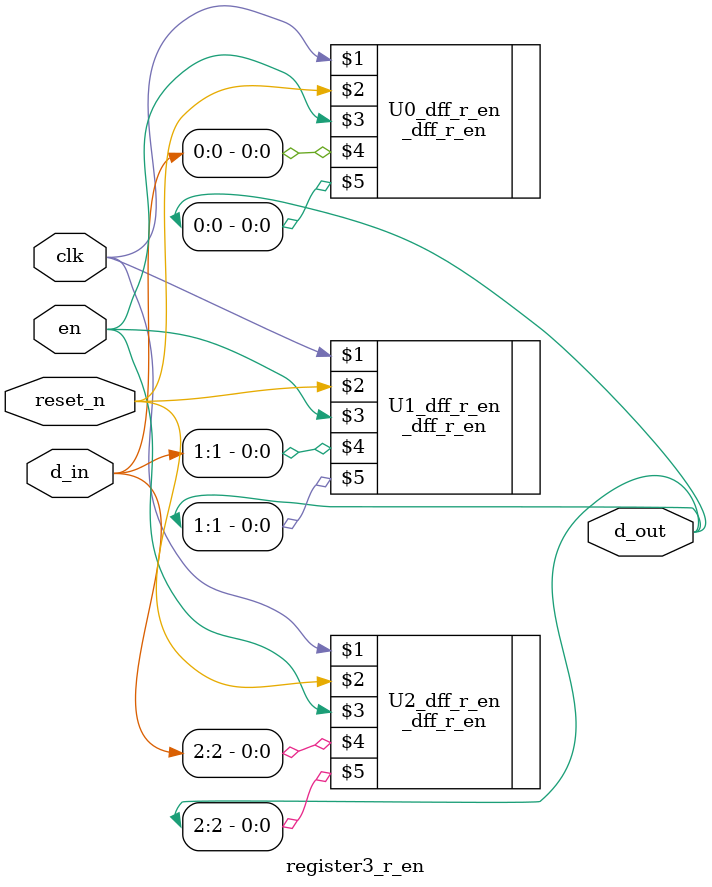
<source format=v>
module register3_r_en(clk, reset_n, d_in, d_out, en); // Resettable enabled 3-bit register
input clk, reset_n, en;
input [2:0] d_in;
output [2:0] d_out;

_dff_r_en U0_dff_r_en(clk, reset_n,en,d_in[0], d_out[0]);
_dff_r_en U1_dff_r_en(clk, reset_n,en,d_in[1], d_out[1]);
_dff_r_en U2_dff_r_en(clk, reset_n,en,d_in[2], d_out[2]);

endmodule
</source>
